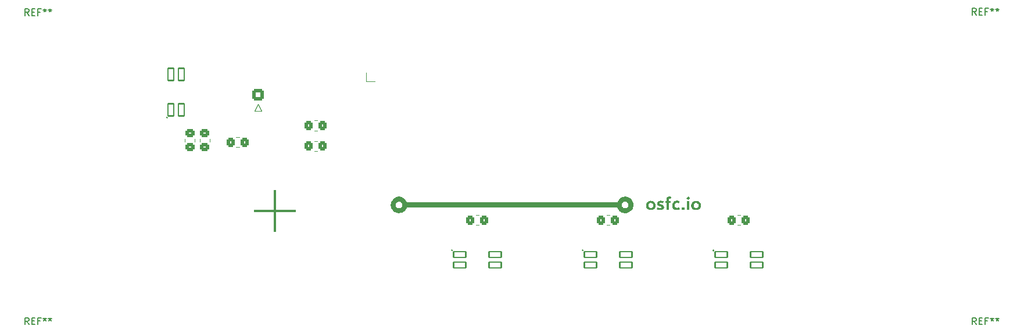
<source format=gbr>
%TF.GenerationSoftware,KiCad,Pcbnew,9.0.2*%
%TF.CreationDate,2025-07-08T15:37:37+02:00*%
%TF.ProjectId,MacroKeyPad,4d616372-6f4b-4657-9950-61642e6b6963,rev?*%
%TF.SameCoordinates,Original*%
%TF.FileFunction,Legend,Top*%
%TF.FilePolarity,Positive*%
%FSLAX46Y46*%
G04 Gerber Fmt 4.6, Leading zero omitted, Abs format (unit mm)*
G04 Created by KiCad (PCBNEW 9.0.2) date 2025-07-08 15:37:37*
%MOMM*%
%LPD*%
G01*
G04 APERTURE LIST*
G04 Aperture macros list*
%AMRoundRect*
0 Rectangle with rounded corners*
0 $1 Rounding radius*
0 $2 $3 $4 $5 $6 $7 $8 $9 X,Y pos of 4 corners*
0 Add a 4 corners polygon primitive as box body*
4,1,4,$2,$3,$4,$5,$6,$7,$8,$9,$2,$3,0*
0 Add four circle primitives for the rounded corners*
1,1,$1+$1,$2,$3*
1,1,$1+$1,$4,$5*
1,1,$1+$1,$6,$7*
1,1,$1+$1,$8,$9*
0 Add four rect primitives between the rounded corners*
20,1,$1+$1,$2,$3,$4,$5,0*
20,1,$1+$1,$4,$5,$6,$7,0*
20,1,$1+$1,$6,$7,$8,$9,0*
20,1,$1+$1,$8,$9,$2,$3,0*%
G04 Aperture macros list end*
%ADD10C,0.150000*%
%ADD11C,0.000000*%
%ADD12C,0.120000*%
%ADD13C,0.010000*%
%ADD14C,2.490000*%
%ADD15C,1.300000*%
%ADD16R,1.300000X1.300000*%
%ADD17RoundRect,0.250000X0.350000X0.450000X-0.350000X0.450000X-0.350000X-0.450000X0.350000X-0.450000X0*%
%ADD18RoundRect,0.250000X-0.350000X-0.450000X0.350000X-0.450000X0.350000X0.450000X-0.350000X0.450000X0*%
%ADD19RoundRect,0.250000X0.450000X-0.350000X0.450000X0.350000X-0.450000X0.350000X-0.450000X-0.350000X0*%
%ADD20RoundRect,0.250000X0.600000X-0.600000X0.600000X0.600000X-0.600000X0.600000X-0.600000X-0.600000X0*%
%ADD21C,1.700000*%
%ADD22C,1.498600*%
%ADD23C,3.987800*%
%ADD24C,2.200000*%
%ADD25RoundRect,0.102000X0.900000X0.410000X-0.900000X0.410000X-0.900000X-0.410000X0.900000X-0.410000X0*%
%ADD26C,2.500000*%
%ADD27C,2.600000*%
%ADD28C,4.400000*%
%ADD29RoundRect,0.102000X0.410000X-0.900000X0.410000X0.900000X-0.410000X0.900000X-0.410000X-0.900000X0*%
%ADD30R,1.700000X1.700000*%
%ADD31O,1.700000X1.700000*%
%ADD32R,2.000000X2.000000*%
%ADD33C,2.000000*%
%ADD34R,2.000000X3.200000*%
%ADD35R,1.000000X2.510000*%
G04 APERTURE END LIST*
D10*
X94676666Y-53214819D02*
X94343333Y-52738628D01*
X94105238Y-53214819D02*
X94105238Y-52214819D01*
X94105238Y-52214819D02*
X94486190Y-52214819D01*
X94486190Y-52214819D02*
X94581428Y-52262438D01*
X94581428Y-52262438D02*
X94629047Y-52310057D01*
X94629047Y-52310057D02*
X94676666Y-52405295D01*
X94676666Y-52405295D02*
X94676666Y-52548152D01*
X94676666Y-52548152D02*
X94629047Y-52643390D01*
X94629047Y-52643390D02*
X94581428Y-52691009D01*
X94581428Y-52691009D02*
X94486190Y-52738628D01*
X94486190Y-52738628D02*
X94105238Y-52738628D01*
X95105238Y-52691009D02*
X95438571Y-52691009D01*
X95581428Y-53214819D02*
X95105238Y-53214819D01*
X95105238Y-53214819D02*
X95105238Y-52214819D01*
X95105238Y-52214819D02*
X95581428Y-52214819D01*
X96343333Y-52691009D02*
X96010000Y-52691009D01*
X96010000Y-53214819D02*
X96010000Y-52214819D01*
X96010000Y-52214819D02*
X96486190Y-52214819D01*
X97010000Y-52214819D02*
X97010000Y-52452914D01*
X96771905Y-52357676D02*
X97010000Y-52452914D01*
X97010000Y-52452914D02*
X97248095Y-52357676D01*
X96867143Y-52643390D02*
X97010000Y-52452914D01*
X97010000Y-52452914D02*
X97152857Y-52643390D01*
X97771905Y-52214819D02*
X97771905Y-52452914D01*
X97533810Y-52357676D02*
X97771905Y-52452914D01*
X97771905Y-52452914D02*
X98010000Y-52357676D01*
X97629048Y-52643390D02*
X97771905Y-52452914D01*
X97771905Y-52452914D02*
X97914762Y-52643390D01*
X232676666Y-98214819D02*
X232343333Y-97738628D01*
X232105238Y-98214819D02*
X232105238Y-97214819D01*
X232105238Y-97214819D02*
X232486190Y-97214819D01*
X232486190Y-97214819D02*
X232581428Y-97262438D01*
X232581428Y-97262438D02*
X232629047Y-97310057D01*
X232629047Y-97310057D02*
X232676666Y-97405295D01*
X232676666Y-97405295D02*
X232676666Y-97548152D01*
X232676666Y-97548152D02*
X232629047Y-97643390D01*
X232629047Y-97643390D02*
X232581428Y-97691009D01*
X232581428Y-97691009D02*
X232486190Y-97738628D01*
X232486190Y-97738628D02*
X232105238Y-97738628D01*
X233105238Y-97691009D02*
X233438571Y-97691009D01*
X233581428Y-98214819D02*
X233105238Y-98214819D01*
X233105238Y-98214819D02*
X233105238Y-97214819D01*
X233105238Y-97214819D02*
X233581428Y-97214819D01*
X234343333Y-97691009D02*
X234010000Y-97691009D01*
X234010000Y-98214819D02*
X234010000Y-97214819D01*
X234010000Y-97214819D02*
X234486190Y-97214819D01*
X235010000Y-97214819D02*
X235010000Y-97452914D01*
X234771905Y-97357676D02*
X235010000Y-97452914D01*
X235010000Y-97452914D02*
X235248095Y-97357676D01*
X234867143Y-97643390D02*
X235010000Y-97452914D01*
X235010000Y-97452914D02*
X235152857Y-97643390D01*
X235771905Y-97214819D02*
X235771905Y-97452914D01*
X235533810Y-97357676D02*
X235771905Y-97452914D01*
X235771905Y-97452914D02*
X236010000Y-97357676D01*
X235629048Y-97643390D02*
X235771905Y-97452914D01*
X235771905Y-97452914D02*
X235914762Y-97643390D01*
X94666666Y-98214819D02*
X94333333Y-97738628D01*
X94095238Y-98214819D02*
X94095238Y-97214819D01*
X94095238Y-97214819D02*
X94476190Y-97214819D01*
X94476190Y-97214819D02*
X94571428Y-97262438D01*
X94571428Y-97262438D02*
X94619047Y-97310057D01*
X94619047Y-97310057D02*
X94666666Y-97405295D01*
X94666666Y-97405295D02*
X94666666Y-97548152D01*
X94666666Y-97548152D02*
X94619047Y-97643390D01*
X94619047Y-97643390D02*
X94571428Y-97691009D01*
X94571428Y-97691009D02*
X94476190Y-97738628D01*
X94476190Y-97738628D02*
X94095238Y-97738628D01*
X95095238Y-97691009D02*
X95428571Y-97691009D01*
X95571428Y-98214819D02*
X95095238Y-98214819D01*
X95095238Y-98214819D02*
X95095238Y-97214819D01*
X95095238Y-97214819D02*
X95571428Y-97214819D01*
X96333333Y-97691009D02*
X96000000Y-97691009D01*
X96000000Y-98214819D02*
X96000000Y-97214819D01*
X96000000Y-97214819D02*
X96476190Y-97214819D01*
X97000000Y-97214819D02*
X97000000Y-97452914D01*
X96761905Y-97357676D02*
X97000000Y-97452914D01*
X97000000Y-97452914D02*
X97238095Y-97357676D01*
X96857143Y-97643390D02*
X97000000Y-97452914D01*
X97000000Y-97452914D02*
X97142857Y-97643390D01*
X97761905Y-97214819D02*
X97761905Y-97452914D01*
X97523810Y-97357676D02*
X97761905Y-97452914D01*
X97761905Y-97452914D02*
X98000000Y-97357676D01*
X97619048Y-97643390D02*
X97761905Y-97452914D01*
X97761905Y-97452914D02*
X97904762Y-97643390D01*
X232676666Y-53114819D02*
X232343333Y-52638628D01*
X232105238Y-53114819D02*
X232105238Y-52114819D01*
X232105238Y-52114819D02*
X232486190Y-52114819D01*
X232486190Y-52114819D02*
X232581428Y-52162438D01*
X232581428Y-52162438D02*
X232629047Y-52210057D01*
X232629047Y-52210057D02*
X232676666Y-52305295D01*
X232676666Y-52305295D02*
X232676666Y-52448152D01*
X232676666Y-52448152D02*
X232629047Y-52543390D01*
X232629047Y-52543390D02*
X232581428Y-52591009D01*
X232581428Y-52591009D02*
X232486190Y-52638628D01*
X232486190Y-52638628D02*
X232105238Y-52638628D01*
X233105238Y-52591009D02*
X233438571Y-52591009D01*
X233581428Y-53114819D02*
X233105238Y-53114819D01*
X233105238Y-53114819D02*
X233105238Y-52114819D01*
X233105238Y-52114819D02*
X233581428Y-52114819D01*
X234343333Y-52591009D02*
X234010000Y-52591009D01*
X234010000Y-53114819D02*
X234010000Y-52114819D01*
X234010000Y-52114819D02*
X234486190Y-52114819D01*
X235010000Y-52114819D02*
X235010000Y-52352914D01*
X234771905Y-52257676D02*
X235010000Y-52352914D01*
X235010000Y-52352914D02*
X235248095Y-52257676D01*
X234867143Y-52543390D02*
X235010000Y-52352914D01*
X235010000Y-52352914D02*
X235152857Y-52543390D01*
X235771905Y-52114819D02*
X235771905Y-52352914D01*
X235533810Y-52257676D02*
X235771905Y-52352914D01*
X235771905Y-52352914D02*
X236010000Y-52257676D01*
X235629048Y-52543390D02*
X235771905Y-52352914D01*
X235771905Y-52352914D02*
X235914762Y-52543390D01*
D11*
%TO.C,G\u002A\u002A\u002A*%
G36*
X190863465Y-79676124D02*
G01*
X190994767Y-79807618D01*
X190863533Y-79933972D01*
X190824736Y-79971159D01*
X190790086Y-80004054D01*
X190761413Y-80030944D01*
X190740547Y-80050120D01*
X190729318Y-80059869D01*
X190727961Y-80060745D01*
X190720965Y-80055149D01*
X190703863Y-80039265D01*
X190678465Y-80014839D01*
X190646579Y-79983616D01*
X190610012Y-79947341D01*
X190596831Y-79934164D01*
X190470041Y-79807162D01*
X190601103Y-79675896D01*
X190732164Y-79544630D01*
X190863465Y-79676124D01*
G37*
G36*
X190905867Y-80848566D02*
G01*
X190905867Y-81500499D01*
X190732300Y-81500499D01*
X190558733Y-81500499D01*
X190558733Y-80848566D01*
X190558733Y-80196632D01*
X190732300Y-80196632D01*
X190905867Y-80196632D01*
X190905867Y-80848566D01*
G37*
G36*
X190169267Y-81314232D02*
G01*
X190169267Y-81500499D01*
X189983000Y-81500499D01*
X189796733Y-81500499D01*
X189796733Y-81314232D01*
X189796733Y-81127966D01*
X189983000Y-81127966D01*
X190169267Y-81127966D01*
X190169267Y-81314232D01*
G37*
G36*
X188076274Y-79558132D02*
G01*
X188167748Y-79580071D01*
X188214496Y-79598411D01*
X188244408Y-79611830D01*
X188265417Y-79622727D01*
X188277768Y-79633796D01*
X188281706Y-79647727D01*
X188277477Y-79667213D01*
X188265327Y-79694946D01*
X188245499Y-79733619D01*
X188229586Y-79764025D01*
X188205500Y-79809673D01*
X188187491Y-79842104D01*
X188174188Y-79863307D01*
X188164224Y-79875273D01*
X188156230Y-79879994D01*
X188149967Y-79879798D01*
X188087753Y-79864105D01*
X188038757Y-79854850D01*
X188001410Y-79853379D01*
X187974142Y-79861038D01*
X187955385Y-79879175D01*
X187943570Y-79909137D01*
X187937128Y-79952269D01*
X187934491Y-80009918D01*
X187934067Y-80065127D01*
X187934067Y-80205099D01*
X188073957Y-80205099D01*
X188213848Y-80205099D01*
X188211541Y-80359616D01*
X188209233Y-80514132D01*
X188071650Y-80516459D01*
X187934067Y-80518785D01*
X187934067Y-81009642D01*
X187934067Y-81500499D01*
X187760500Y-81500499D01*
X187586933Y-81500499D01*
X187586933Y-81009710D01*
X187586933Y-80518920D01*
X187491683Y-80516526D01*
X187396433Y-80514132D01*
X187396433Y-80361732D01*
X187396433Y-80209332D01*
X187491683Y-80206939D01*
X187586933Y-80204545D01*
X187586933Y-80030361D01*
X187587835Y-79948560D01*
X187590975Y-79881212D01*
X187597002Y-79825909D01*
X187606567Y-79780247D01*
X187620320Y-79741818D01*
X187638911Y-79708217D01*
X187662990Y-79677036D01*
X187689974Y-79648974D01*
X187741694Y-79607678D01*
X187800141Y-79578173D01*
X187867548Y-79559695D01*
X187946144Y-79551481D01*
X187976400Y-79550889D01*
X188076274Y-79558132D01*
G37*
G36*
X191938929Y-80187168D02*
G01*
X192017775Y-80194936D01*
X192083634Y-80207782D01*
X192187924Y-80242775D01*
X192281436Y-80290505D01*
X192363617Y-80350418D01*
X192433914Y-80421960D01*
X192491777Y-80504577D01*
X192536651Y-80597714D01*
X192565924Y-80691932D01*
X192573615Y-80727165D01*
X192578539Y-80759051D01*
X192581067Y-80792611D01*
X192581572Y-80832863D01*
X192580426Y-80884828D01*
X192580369Y-80886666D01*
X192578400Y-80937198D01*
X192575664Y-80975577D01*
X192571428Y-81006583D01*
X192564957Y-81034997D01*
X192555518Y-81065598D01*
X192550797Y-81079377D01*
X192525358Y-81144383D01*
X192496730Y-81199567D01*
X192461489Y-81250309D01*
X192416212Y-81301987D01*
X192395954Y-81322699D01*
X192332548Y-81379389D01*
X192266179Y-81424408D01*
X192192226Y-81460458D01*
X192112367Y-81488367D01*
X192051840Y-81502119D01*
X191980333Y-81511330D01*
X191903228Y-81515829D01*
X191825903Y-81515442D01*
X191753740Y-81509999D01*
X191701434Y-81501478D01*
X191597013Y-81470951D01*
X191501453Y-81427173D01*
X191415861Y-81370969D01*
X191341346Y-81303166D01*
X191279017Y-81224588D01*
X191240461Y-81158135D01*
X191210835Y-81093115D01*
X191190684Y-81033533D01*
X191178101Y-80972288D01*
X191171179Y-80902279D01*
X191171013Y-80899532D01*
X191525186Y-80899532D01*
X191531977Y-80951928D01*
X191554053Y-81023632D01*
X191589547Y-81087051D01*
X191636473Y-81140938D01*
X191692845Y-81184044D01*
X191756680Y-81215122D01*
X191825991Y-81232922D01*
X191898794Y-81236198D01*
X191966913Y-81225373D01*
X192041832Y-81197979D01*
X192105614Y-81157871D01*
X192157934Y-81105349D01*
X192198470Y-81040712D01*
X192218532Y-80991797D01*
X192226978Y-80964058D01*
X192232070Y-80938175D01*
X192234330Y-80908915D01*
X192234282Y-80871048D01*
X192233405Y-80843118D01*
X192231364Y-80799789D01*
X192228347Y-80768300D01*
X192223298Y-80743557D01*
X192215161Y-80720465D01*
X192202881Y-80693931D01*
X192202219Y-80692584D01*
X192161324Y-80627351D01*
X192109915Y-80574214D01*
X192049943Y-80533811D01*
X191983359Y-80506776D01*
X191912115Y-80493745D01*
X191838163Y-80495356D01*
X191763453Y-80512243D01*
X191712691Y-80533032D01*
X191665762Y-80563402D01*
X191620574Y-80606093D01*
X191581265Y-80656665D01*
X191556430Y-80700669D01*
X191536164Y-80760125D01*
X191525569Y-80828271D01*
X191525186Y-80899532D01*
X191171013Y-80899532D01*
X191171003Y-80899366D01*
X191172504Y-80790960D01*
X191189557Y-80687866D01*
X191221315Y-80591196D01*
X191266926Y-80502060D01*
X191325540Y-80421569D01*
X191396308Y-80350832D01*
X191478380Y-80290962D01*
X191570904Y-80243067D01*
X191673033Y-80208260D01*
X191705967Y-80200417D01*
X191776715Y-80189786D01*
X191856473Y-80185411D01*
X191938929Y-80187168D01*
G37*
G36*
X189146842Y-80174226D02*
G01*
X189210788Y-80178486D01*
X189268265Y-80184988D01*
X189314645Y-80193587D01*
X189321419Y-80195335D01*
X189353127Y-80204701D01*
X189388688Y-80216285D01*
X189423806Y-80228554D01*
X189454183Y-80239971D01*
X189475524Y-80249001D01*
X189482606Y-80252935D01*
X189481342Y-80261473D01*
X189475781Y-80283590D01*
X189466639Y-80316688D01*
X189454631Y-80358171D01*
X189441188Y-80403095D01*
X189396397Y-80550601D01*
X189359032Y-80534584D01*
X189281582Y-80507510D01*
X189199065Y-80489482D01*
X189117193Y-80481399D01*
X189041680Y-80484165D01*
X189040384Y-80484323D01*
X188969351Y-80501245D01*
X188905237Y-80532459D01*
X188849775Y-80576135D01*
X188804697Y-80630446D01*
X188771737Y-80693562D01*
X188752629Y-80763657D01*
X188749394Y-80791292D01*
X188749688Y-80874228D01*
X188762870Y-80951659D01*
X188788085Y-81021776D01*
X188824477Y-81082773D01*
X188871191Y-81132841D01*
X188927372Y-81170172D01*
X188929027Y-81170994D01*
X188990221Y-81192589D01*
X189061589Y-81202984D01*
X189140659Y-81202239D01*
X189224960Y-81190415D01*
X189312018Y-81167571D01*
X189330923Y-81161203D01*
X189364631Y-81149400D01*
X189393183Y-81139415D01*
X189412105Y-81132810D01*
X189416102Y-81131422D01*
X189421784Y-81132663D01*
X189428163Y-81141501D01*
X189435972Y-81159832D01*
X189445941Y-81189549D01*
X189458799Y-81232546D01*
X189469261Y-81269252D01*
X189482325Y-81316236D01*
X189493580Y-81357849D01*
X189502279Y-81391236D01*
X189507674Y-81413542D01*
X189509109Y-81421567D01*
X189501204Y-81430154D01*
X189479824Y-81441554D01*
X189447973Y-81454688D01*
X189408655Y-81468475D01*
X189364874Y-81481833D01*
X189319635Y-81493683D01*
X189290981Y-81500041D01*
X189222476Y-81510377D01*
X189144821Y-81516107D01*
X189063806Y-81517216D01*
X188985221Y-81513689D01*
X188914855Y-81505512D01*
X188890800Y-81501041D01*
X188787873Y-81471676D01*
X188695943Y-81429549D01*
X188615350Y-81374983D01*
X188546430Y-81308301D01*
X188489522Y-81229824D01*
X188444963Y-81139876D01*
X188415146Y-81047190D01*
X188404940Y-80993121D01*
X188398271Y-80929765D01*
X188395197Y-80862030D01*
X188395775Y-80794822D01*
X188400062Y-80733046D01*
X188408115Y-80681609D01*
X188410771Y-80670766D01*
X188446288Y-80569634D01*
X188495458Y-80477229D01*
X188557102Y-80394683D01*
X188630044Y-80323125D01*
X188713106Y-80263687D01*
X188805113Y-80217500D01*
X188904887Y-80185693D01*
X188918925Y-80182554D01*
X188962469Y-80176373D01*
X189018056Y-80173023D01*
X189081056Y-80172356D01*
X189146842Y-80174226D01*
G37*
G36*
X185351624Y-80186053D02*
G01*
X185454155Y-80200242D01*
X185552865Y-80227446D01*
X185640001Y-80265089D01*
X185729462Y-80320330D01*
X185805957Y-80386361D01*
X185869921Y-80463625D01*
X185919559Y-80547999D01*
X185950812Y-80619473D01*
X185971916Y-80688668D01*
X185984160Y-80761315D01*
X185988829Y-80843143D01*
X185988958Y-80857032D01*
X185987178Y-80929880D01*
X185980374Y-80991969D01*
X185967279Y-81049049D01*
X185946623Y-81106875D01*
X185921859Y-81161563D01*
X185902550Y-81199334D01*
X185883883Y-81230055D01*
X185862304Y-81258534D01*
X185834258Y-81289576D01*
X185805729Y-81318536D01*
X185743648Y-81374639D01*
X185680836Y-81418826D01*
X185612268Y-81454044D01*
X185532923Y-81483240D01*
X185516415Y-81488290D01*
X185483273Y-81497493D01*
X185452857Y-81504029D01*
X185420705Y-81508447D01*
X185382355Y-81511293D01*
X185333346Y-81513115D01*
X185309400Y-81513688D01*
X185259981Y-81514184D01*
X185212889Y-81513634D01*
X185172410Y-81512158D01*
X185142830Y-81509877D01*
X185134924Y-81508752D01*
X185066756Y-81492445D01*
X184994076Y-81468187D01*
X184925296Y-81438972D01*
X184894533Y-81423185D01*
X184835056Y-81383952D01*
X184775760Y-81333373D01*
X184720732Y-81275689D01*
X184674063Y-81215144D01*
X184642644Y-81161832D01*
X184615576Y-81102037D01*
X184596700Y-81047476D01*
X184584475Y-80991959D01*
X184577366Y-80929296D01*
X184575096Y-80889944D01*
X184575798Y-80861266D01*
X184932835Y-80861266D01*
X184932942Y-80906910D01*
X184933911Y-80939846D01*
X184936417Y-80964296D01*
X184941139Y-80984484D01*
X184948753Y-81004633D01*
X184959599Y-81028257D01*
X184999790Y-81094852D01*
X185050746Y-81149812D01*
X185110506Y-81192200D01*
X185177108Y-81221075D01*
X185248592Y-81235500D01*
X185322997Y-81234536D01*
X185371379Y-81225373D01*
X185445512Y-81198236D01*
X185508596Y-81158276D01*
X185560757Y-81105390D01*
X185602122Y-81039475D01*
X185602532Y-81038646D01*
X185618076Y-81005212D01*
X185627854Y-80977210D01*
X185633552Y-80947836D01*
X185636857Y-80910283D01*
X185637599Y-80897071D01*
X185636629Y-80814883D01*
X185623961Y-80743435D01*
X185598810Y-80680520D01*
X185560391Y-80623931D01*
X185528401Y-80589942D01*
X185475192Y-80546289D01*
X185420560Y-80517132D01*
X185359770Y-80500427D01*
X185307883Y-80494875D01*
X185226674Y-80498170D01*
X185152407Y-80516702D01*
X185085995Y-80549928D01*
X185028349Y-80597306D01*
X184980382Y-80658294D01*
X184954989Y-80704632D01*
X184945826Y-80725461D01*
X184939616Y-80744699D01*
X184935785Y-80766412D01*
X184933757Y-80794663D01*
X184932959Y-80833516D01*
X184932835Y-80861266D01*
X184575798Y-80861266D01*
X184577811Y-80778999D01*
X184595924Y-80675001D01*
X184629382Y-80578084D01*
X184678130Y-80488382D01*
X184742115Y-80406029D01*
X184788503Y-80359551D01*
X184864345Y-80301156D01*
X184950541Y-80254203D01*
X185044730Y-80218954D01*
X185144549Y-80195672D01*
X185247634Y-80184617D01*
X185351624Y-80186053D01*
G37*
G36*
X186838827Y-80179428D02*
G01*
X186901892Y-80185756D01*
X186931915Y-80190503D01*
X186976995Y-80199801D01*
X187022210Y-80210841D01*
X187064550Y-80222688D01*
X187101005Y-80234406D01*
X187128565Y-80245059D01*
X187144221Y-80253711D01*
X187146667Y-80257292D01*
X187144383Y-80268124D01*
X187138065Y-80292273D01*
X187128514Y-80326828D01*
X187116528Y-80368879D01*
X187107120Y-80401208D01*
X187091988Y-80451844D01*
X187080364Y-80488106D01*
X187071431Y-80511989D01*
X187064369Y-80525489D01*
X187058360Y-80530604D01*
X187054203Y-80530205D01*
X186987016Y-80504442D01*
X186915591Y-80482943D01*
X186843956Y-80466525D01*
X186776142Y-80456006D01*
X186716178Y-80452202D01*
X186679354Y-80454176D01*
X186630034Y-80465008D01*
X186592429Y-80482971D01*
X186567766Y-80506800D01*
X186557271Y-80535225D01*
X186562170Y-80566980D01*
X186564667Y-80572712D01*
X186576558Y-80591130D01*
X186595172Y-80608684D01*
X186622393Y-80626424D01*
X186660101Y-80645402D01*
X186710178Y-80666666D01*
X186774508Y-80691269D01*
X186781949Y-80694010D01*
X186873742Y-80729417D01*
X186950509Y-80763048D01*
X187013908Y-80796014D01*
X187065597Y-80829426D01*
X187107235Y-80864397D01*
X187140479Y-80902039D01*
X187166989Y-80943462D01*
X187173857Y-80956753D01*
X187185689Y-80981621D01*
X187193586Y-81002097D01*
X187198341Y-81022702D01*
X187200749Y-81047956D01*
X187201602Y-81082377D01*
X187201700Y-81115266D01*
X187201466Y-81159116D01*
X187200242Y-81190535D01*
X187197249Y-81214024D01*
X187191704Y-81234084D01*
X187182827Y-81255217D01*
X187174379Y-81272718D01*
X187134894Y-81334298D01*
X187080915Y-81389470D01*
X187014044Y-81437091D01*
X186935882Y-81476014D01*
X186850333Y-81504496D01*
X186825252Y-81509134D01*
X186788420Y-81513530D01*
X186743679Y-81517477D01*
X186694869Y-81520765D01*
X186645834Y-81523186D01*
X186600413Y-81524530D01*
X186562450Y-81524589D01*
X186535786Y-81523154D01*
X186528600Y-81521990D01*
X186514412Y-81519208D01*
X186488724Y-81514670D01*
X186456756Y-81509296D01*
X186452445Y-81508590D01*
X186412020Y-81500806D01*
X186369649Y-81490810D01*
X186338145Y-81481872D01*
X186300844Y-81468696D01*
X186262067Y-81453023D01*
X186225056Y-81436416D01*
X186193053Y-81420435D01*
X186169301Y-81406640D01*
X186157042Y-81396593D01*
X186156067Y-81394224D01*
X186159314Y-81384265D01*
X186168128Y-81362074D01*
X186181115Y-81330857D01*
X186196882Y-81293821D01*
X186214036Y-81254171D01*
X186231183Y-81215113D01*
X186246931Y-81179852D01*
X186259886Y-81151595D01*
X186268655Y-81133547D01*
X186271374Y-81128897D01*
X186279679Y-81130840D01*
X186299446Y-81138868D01*
X186327014Y-81151450D01*
X186338871Y-81157154D01*
X186401378Y-81183293D01*
X186469837Y-81204497D01*
X186540220Y-81220063D01*
X186608501Y-81229292D01*
X186670653Y-81231482D01*
X186722648Y-81225933D01*
X186727670Y-81224798D01*
X186773018Y-81208768D01*
X186807636Y-81186130D01*
X186829915Y-81158757D01*
X186838244Y-81128521D01*
X186833200Y-81102085D01*
X186824312Y-81086497D01*
X186809841Y-81071370D01*
X186788007Y-81055704D01*
X186757032Y-81038496D01*
X186715135Y-81018745D01*
X186660537Y-80995450D01*
X186600804Y-80971315D01*
X186518970Y-80937564D01*
X186451272Y-80906703D01*
X186395439Y-80877432D01*
X186349200Y-80848456D01*
X186310284Y-80818477D01*
X186276419Y-80786197D01*
X186276053Y-80785810D01*
X186242710Y-80747531D01*
X186219608Y-80712132D01*
X186205022Y-80674946D01*
X186197229Y-80631305D01*
X186194503Y-80576538D01*
X186194417Y-80564754D01*
X186194607Y-80522787D01*
X186196048Y-80492799D01*
X186199651Y-80469839D01*
X186206323Y-80448956D01*
X186216974Y-80425200D01*
X186221887Y-80415134D01*
X186260722Y-80354921D01*
X186314091Y-80301206D01*
X186380482Y-80255079D01*
X186458384Y-80217632D01*
X186527451Y-80194797D01*
X186574282Y-80185614D01*
X186633311Y-80179438D01*
X186700061Y-80176316D01*
X186770058Y-80176297D01*
X186838827Y-80179428D01*
G37*
G36*
X148716467Y-79586368D02*
G01*
X148860434Y-79610568D01*
X148996264Y-79649607D01*
X149124079Y-79703542D01*
X149244002Y-79772430D01*
X149356155Y-79856327D01*
X149416951Y-79911174D01*
X149512587Y-80012761D01*
X149592955Y-80119186D01*
X149659500Y-80232561D01*
X149704534Y-80331622D01*
X149740458Y-80420999D01*
X165071712Y-80423036D01*
X180402967Y-80425074D01*
X180430986Y-80350252D01*
X180476329Y-80247810D01*
X180534872Y-80145007D01*
X180603592Y-80046331D01*
X180679465Y-79956272D01*
X180731241Y-79904430D01*
X180842224Y-79812630D01*
X180961816Y-79735399D01*
X181089851Y-79672821D01*
X181226166Y-79624981D01*
X181315771Y-79602544D01*
X181381841Y-79591961D01*
X181458882Y-79585389D01*
X181541407Y-79582873D01*
X181623924Y-79584455D01*
X181700945Y-79590178D01*
X181761867Y-79599066D01*
X181902551Y-79634591D01*
X182035275Y-79684692D01*
X182159273Y-79748619D01*
X182273780Y-79825618D01*
X182378029Y-79914939D01*
X182471254Y-80015829D01*
X182552690Y-80127535D01*
X182621570Y-80249306D01*
X182677129Y-80380390D01*
X182718600Y-80520034D01*
X182724018Y-80543766D01*
X182731448Y-80590097D01*
X182736734Y-80648587D01*
X182739872Y-80715016D01*
X182740859Y-80785167D01*
X182739692Y-80854820D01*
X182736367Y-80919757D01*
X182730880Y-80975759D01*
X182724406Y-81013666D01*
X182684071Y-81157230D01*
X182630470Y-81290397D01*
X182563418Y-81413522D01*
X182482731Y-81526960D01*
X182420118Y-81598599D01*
X182315098Y-81697616D01*
X182201132Y-81782523D01*
X182079064Y-81852877D01*
X181949735Y-81908237D01*
X181813989Y-81948160D01*
X181719533Y-81966103D01*
X181661321Y-81972141D01*
X181592384Y-81975077D01*
X181518629Y-81974983D01*
X181445964Y-81971929D01*
X181380297Y-81965987D01*
X181350123Y-81961653D01*
X181213764Y-81930252D01*
X181083335Y-81883600D01*
X180959967Y-81822642D01*
X180844793Y-81748321D01*
X180738942Y-81661579D01*
X180643547Y-81563361D01*
X180559738Y-81454609D01*
X180488647Y-81336268D01*
X180431406Y-81209281D01*
X180424013Y-81189347D01*
X180404929Y-81136428D01*
X165072136Y-81138547D01*
X149739342Y-81140666D01*
X149711862Y-81208399D01*
X149648888Y-81342703D01*
X149573668Y-81465769D01*
X149486642Y-81577140D01*
X149388249Y-81676357D01*
X149278929Y-81762963D01*
X149159122Y-81836500D01*
X149066087Y-81881324D01*
X148938776Y-81927678D01*
X148807303Y-81958534D01*
X148670404Y-81974100D01*
X148526816Y-81974582D01*
X148504276Y-81973344D01*
X148370671Y-81956713D01*
X148240617Y-81924285D01*
X148115372Y-81877043D01*
X147996195Y-81815967D01*
X147884345Y-81742039D01*
X147781080Y-81656239D01*
X147687659Y-81559550D01*
X147605340Y-81452953D01*
X147535384Y-81337429D01*
X147479047Y-81213958D01*
X147459318Y-81158654D01*
X147437293Y-81087088D01*
X147421299Y-81023365D01*
X147410518Y-80962126D01*
X147404132Y-80898010D01*
X147401324Y-80825658D01*
X147401039Y-80780495D01*
X148115458Y-80780495D01*
X148123579Y-80871790D01*
X148147094Y-80957382D01*
X148185284Y-81035891D01*
X148237428Y-81105936D01*
X148302809Y-81166136D01*
X148324616Y-81181879D01*
X148403426Y-81225897D01*
X148487251Y-81254648D01*
X148573958Y-81267779D01*
X148661410Y-81264937D01*
X148735016Y-81249617D01*
X148814334Y-81217875D01*
X148887833Y-81170741D01*
X148940877Y-81123776D01*
X148999939Y-81054901D01*
X149042873Y-80981980D01*
X149070276Y-80903591D01*
X149082751Y-80818312D01*
X149083403Y-80795527D01*
X181060421Y-80795527D01*
X181066643Y-80850637D01*
X181071930Y-80877956D01*
X181098495Y-80964099D01*
X181139256Y-81042446D01*
X181192737Y-81111613D01*
X181257462Y-81170219D01*
X181331954Y-81216881D01*
X181414738Y-81250217D01*
X181486700Y-81266476D01*
X181523179Y-81268629D01*
X181569369Y-81266587D01*
X181618758Y-81261004D01*
X181664832Y-81252529D01*
X181688139Y-81246338D01*
X181763175Y-81214837D01*
X181834591Y-81169232D01*
X181898901Y-81112350D01*
X181952623Y-81047020D01*
X181972514Y-81015448D01*
X181996464Y-80963412D01*
X182015709Y-80901897D01*
X182028393Y-80838115D01*
X182032675Y-80781595D01*
X182024332Y-80694959D01*
X182000656Y-80612374D01*
X181963083Y-80535652D01*
X181913049Y-80466604D01*
X181851991Y-80407041D01*
X181781344Y-80358775D01*
X181702545Y-80323616D01*
X181659819Y-80311349D01*
X181572561Y-80298988D01*
X181486806Y-80302396D01*
X181404277Y-80320480D01*
X181326698Y-80352149D01*
X181255794Y-80396311D01*
X181193290Y-80451877D01*
X181140911Y-80517753D01*
X181100379Y-80592849D01*
X181073421Y-80676074D01*
X181071816Y-80683466D01*
X181062146Y-80742672D01*
X181060421Y-80795527D01*
X149083403Y-80795527D01*
X149083702Y-80785066D01*
X149076826Y-80697536D01*
X149055693Y-80617593D01*
X149019550Y-80543461D01*
X148967644Y-80473368D01*
X148937565Y-80441292D01*
X148868909Y-80382403D01*
X148796331Y-80339595D01*
X148718141Y-80312159D01*
X148632648Y-80299392D01*
X148595062Y-80298232D01*
X148507493Y-80305946D01*
X148425929Y-80329259D01*
X148349764Y-80368431D01*
X148278394Y-80423720D01*
X148259206Y-80442106D01*
X148199559Y-80511879D01*
X148156094Y-80586067D01*
X148128429Y-80665570D01*
X148116183Y-80751287D01*
X148115458Y-80780495D01*
X147401039Y-80780495D01*
X147401014Y-80776599D01*
X147403264Y-80685364D01*
X147410146Y-80605229D01*
X147422537Y-80530784D01*
X147441314Y-80456616D01*
X147464432Y-80385537D01*
X147518062Y-80257769D01*
X147585130Y-80138600D01*
X147664439Y-80028796D01*
X147754791Y-79929122D01*
X147854988Y-79840341D01*
X147963830Y-79763220D01*
X148080121Y-79698522D01*
X148202661Y-79647013D01*
X148330253Y-79609457D01*
X148461698Y-79586620D01*
X148595799Y-79579265D01*
X148716467Y-79586368D01*
G37*
G36*
X130722708Y-80067516D02*
G01*
X130724849Y-81500499D01*
X132151458Y-81500499D01*
X133578067Y-81500499D01*
X133578067Y-81682532D01*
X133578067Y-81864566D01*
X132151433Y-81864566D01*
X130724800Y-81864566D01*
X130724800Y-83295432D01*
X130724800Y-84726299D01*
X130542767Y-84726299D01*
X130360733Y-84726299D01*
X130360733Y-83295457D01*
X130360733Y-81864615D01*
X128931983Y-81862474D01*
X127503233Y-81860332D01*
X127503233Y-81682532D01*
X127503233Y-81504732D01*
X128931959Y-81502591D01*
X130360684Y-81500450D01*
X130362825Y-80067491D01*
X130364967Y-78634532D01*
X130542767Y-78634532D01*
X130720567Y-78634532D01*
X130722708Y-80067516D01*
G37*
D12*
%TO.C,R4*%
X179277064Y-82265000D02*
X178822936Y-82265000D01*
X179277064Y-83735000D02*
X178822936Y-83735000D01*
%TO.C,R5*%
X198327064Y-82265000D02*
X197872936Y-82265000D01*
X198327064Y-83735000D02*
X197872936Y-83735000D01*
%TO.C,R2*%
X124882936Y-70925000D02*
X125337064Y-70925000D01*
X124882936Y-72395000D02*
X125337064Y-72395000D01*
%TO.C,R7*%
X117385000Y-71587064D02*
X117385000Y-71132936D01*
X118855000Y-71587064D02*
X118855000Y-71132936D01*
%TO.C,J1*%
X127550000Y-67090500D02*
X128550000Y-67090500D01*
X128050000Y-66090500D02*
X127550000Y-67090500D01*
X128550000Y-67090500D02*
X128050000Y-66090500D01*
%TO.C,SW3*%
D10*
X175445000Y-87400000D02*
G75*
G02*
X175295000Y-87400000I-75000J0D01*
G01*
X175295000Y-87400000D02*
G75*
G02*
X175445000Y-87400000I75000J0D01*
G01*
%TO.C,SW1*%
X156395000Y-87400000D02*
G75*
G02*
X156245000Y-87400000I-75000J0D01*
G01*
X156245000Y-87400000D02*
G75*
G02*
X156395000Y-87400000I75000J0D01*
G01*
D12*
%TO.C,R8*%
X136687064Y-68485000D02*
X136232936Y-68485000D01*
X136687064Y-69955000D02*
X136232936Y-69955000D01*
%TO.C,R6*%
X119555000Y-71587064D02*
X119555000Y-71132936D01*
X121025000Y-71587064D02*
X121025000Y-71132936D01*
%TO.C,D2*%
D10*
X114865000Y-68050000D02*
G75*
G02*
X114715000Y-68050000I-75000J0D01*
G01*
X114715000Y-68050000D02*
G75*
G02*
X114865000Y-68050000I75000J0D01*
G01*
D12*
%TO.C,J2*%
X143770000Y-62780000D02*
X143770000Y-61510000D01*
X145040000Y-62780000D02*
X143770000Y-62780000D01*
%TO.C,R3*%
X136687064Y-71485000D02*
X136232936Y-71485000D01*
X136687064Y-72955000D02*
X136232936Y-72955000D01*
%TO.C,R1*%
X160227064Y-82265000D02*
X159772936Y-82265000D01*
X160227064Y-83735000D02*
X159772936Y-83735000D01*
%TO.C,SW4*%
D10*
X194455000Y-87410000D02*
G75*
G02*
X194305000Y-87410000I-75000J0D01*
G01*
X194305000Y-87410000D02*
G75*
G02*
X194455000Y-87410000I75000J0D01*
G01*
%TD*%
%LPC*%
D13*
%TO.C,REF\u002A\u002A*%
X145399878Y-96075622D02*
X145505612Y-96076201D01*
X145582132Y-96077768D01*
X145634372Y-96080818D01*
X145667263Y-96085842D01*
X145685737Y-96093335D01*
X145694727Y-96103790D01*
X145699163Y-96117699D01*
X145699594Y-96119500D01*
X145706333Y-96151991D01*
X145718808Y-96216098D01*
X145735719Y-96304997D01*
X145755771Y-96411865D01*
X145777664Y-96529879D01*
X145778429Y-96534024D01*
X145800359Y-96649677D01*
X145820877Y-96751860D01*
X145838659Y-96834444D01*
X145852381Y-96891302D01*
X145860718Y-96916304D01*
X145861116Y-96916747D01*
X145885677Y-96928956D01*
X145936315Y-96949302D01*
X146002095Y-96973391D01*
X146002461Y-96973520D01*
X146085317Y-97004664D01*
X146183000Y-97044337D01*
X146275077Y-97084227D01*
X146279434Y-97086199D01*
X146429407Y-97154266D01*
X146761498Y-96927485D01*
X146863374Y-96858350D01*
X146955657Y-96796543D01*
X147033003Y-96745579D01*
X147090064Y-96708973D01*
X147121495Y-96690240D01*
X147124479Y-96688850D01*
X147147321Y-96695036D01*
X147189982Y-96724881D01*
X147254128Y-96779793D01*
X147341421Y-96861180D01*
X147430535Y-96947768D01*
X147516441Y-97033093D01*
X147593327Y-97110954D01*
X147656564Y-97176543D01*
X147701523Y-97225051D01*
X147723576Y-97251671D01*
X147724396Y-97253041D01*
X147726834Y-97271309D01*
X147717650Y-97301141D01*
X147694574Y-97346567D01*
X147655337Y-97411616D01*
X147597670Y-97500316D01*
X147520795Y-97614503D01*
X147452570Y-97715008D01*
X147391582Y-97805149D01*
X147341356Y-97879695D01*
X147305416Y-97933411D01*
X147287287Y-97961064D01*
X147286146Y-97962941D01*
X147288359Y-97989436D01*
X147305138Y-98040932D01*
X147333142Y-98107697D01*
X147343122Y-98129018D01*
X147386672Y-98224005D01*
X147433134Y-98331783D01*
X147470877Y-98425038D01*
X147498073Y-98494252D01*
X147519675Y-98546852D01*
X147532158Y-98574343D01*
X147533709Y-98576462D01*
X147556668Y-98579970D01*
X147610786Y-98589584D01*
X147688868Y-98603935D01*
X147783719Y-98621653D01*
X147888143Y-98641371D01*
X147994944Y-98661720D01*
X148096926Y-98681332D01*
X148186894Y-98698837D01*
X148257653Y-98712868D01*
X148302006Y-98722055D01*
X148312885Y-98724653D01*
X148324122Y-98731064D01*
X148332605Y-98745543D01*
X148338714Y-98772979D01*
X148342832Y-98818257D01*
X148345341Y-98886266D01*
X148346621Y-98981893D01*
X148347054Y-99110026D01*
X148347077Y-99162547D01*
X148347077Y-99589691D01*
X148244500Y-99609937D01*
X148187431Y-99620916D01*
X148102269Y-99636941D01*
X147999372Y-99656079D01*
X147889096Y-99676397D01*
X147858615Y-99681978D01*
X147756855Y-99701763D01*
X147668205Y-99721219D01*
X147600108Y-99738543D01*
X147560004Y-99751934D01*
X147553323Y-99755925D01*
X147536919Y-99784188D01*
X147513399Y-99838955D01*
X147487316Y-99909434D01*
X147482142Y-99924615D01*
X147447956Y-100018742D01*
X147405523Y-100124947D01*
X147363997Y-100220319D01*
X147363792Y-100220762D01*
X147294640Y-100370371D01*
X147749512Y-101039463D01*
X147457500Y-101331962D01*
X147369180Y-101419016D01*
X147288625Y-101495755D01*
X147220360Y-101558083D01*
X147168908Y-101601902D01*
X147138794Y-101623116D01*
X147134474Y-101624462D01*
X147109111Y-101613862D01*
X147057358Y-101584393D01*
X146984868Y-101539551D01*
X146897294Y-101482830D01*
X146802612Y-101419308D01*
X146706516Y-101354514D01*
X146620837Y-101298133D01*
X146551016Y-101253634D01*
X146502494Y-101224485D01*
X146480782Y-101214154D01*
X146454293Y-101222896D01*
X146404062Y-101245933D01*
X146340451Y-101278477D01*
X146333708Y-101282095D01*
X146248046Y-101325056D01*
X146189306Y-101346125D01*
X146152772Y-101346349D01*
X146133731Y-101326774D01*
X146133620Y-101326500D01*
X146124102Y-101303318D01*
X146101403Y-101248287D01*
X146067282Y-101165668D01*
X146023500Y-101059718D01*
X145971816Y-100934698D01*
X145913992Y-100794866D01*
X145857991Y-100659483D01*
X145796447Y-100510080D01*
X145739939Y-100371678D01*
X145690161Y-100248519D01*
X145648806Y-100144848D01*
X145617568Y-100064905D01*
X145598141Y-100012934D01*
X145592154Y-99993538D01*
X145607168Y-99971289D01*
X145646439Y-99935828D01*
X145698807Y-99896733D01*
X145847941Y-99773091D01*
X145964511Y-99631368D01*
X146047118Y-99474550D01*
X146094366Y-99305621D01*
X146104857Y-99127568D01*
X146097231Y-99045385D01*
X146055682Y-98874877D01*
X145984123Y-98724305D01*
X145886995Y-98595155D01*
X145768734Y-98488910D01*
X145633780Y-98407056D01*
X145486571Y-98351078D01*
X145331544Y-98322461D01*
X145173139Y-98322690D01*
X145015794Y-98353251D01*
X144863946Y-98415628D01*
X144722035Y-98511306D01*
X144662803Y-98565418D01*
X144549203Y-98704366D01*
X144470106Y-98856207D01*
X144424986Y-99016513D01*
X144413316Y-99180858D01*
X144434569Y-99344817D01*
X144488220Y-99503964D01*
X144573740Y-99653871D01*
X144690605Y-99790113D01*
X144821193Y-99896733D01*
X144875588Y-99937488D01*
X144914014Y-99972564D01*
X144927846Y-99993572D01*
X144920603Y-100016481D01*
X144900005Y-100071211D01*
X144867746Y-100153518D01*
X144825521Y-100259161D01*
X144775023Y-100383896D01*
X144717948Y-100523482D01*
X144661854Y-100659516D01*
X144599967Y-100809047D01*
X144542644Y-100947613D01*
X144491644Y-101070953D01*
X144448727Y-101174810D01*
X144415653Y-101254926D01*
X144394181Y-101307041D01*
X144386225Y-101326500D01*
X144367429Y-101346269D01*
X144331074Y-101346211D01*
X144272479Y-101325287D01*
X144186968Y-101282459D01*
X144186292Y-101282095D01*
X144121907Y-101248858D01*
X144069861Y-101224648D01*
X144040512Y-101214250D01*
X144039217Y-101214154D01*
X144017124Y-101224701D01*
X143968348Y-101254030D01*
X143898331Y-101298673D01*
X143812514Y-101355160D01*
X143717388Y-101419308D01*
X143620540Y-101484257D01*
X143533253Y-101540742D01*
X143461181Y-101585267D01*
X143409977Y-101614336D01*
X143385526Y-101624462D01*
X143363010Y-101611153D01*
X143317742Y-101573958D01*
X143254244Y-101516974D01*
X143177039Y-101444295D01*
X143090651Y-101360017D01*
X143062399Y-101331862D01*
X142770287Y-101039262D01*
X142992631Y-100712950D01*
X143060202Y-100612743D01*
X143119507Y-100522809D01*
X143167217Y-100448356D01*
X143200007Y-100394597D01*
X143214548Y-100366740D01*
X143214974Y-100364758D01*
X143207308Y-100338501D01*
X143186689Y-100285683D01*
X143156685Y-100215156D01*
X143135625Y-100167939D01*
X143096248Y-100077540D01*
X143059165Y-99986212D01*
X143030415Y-99909046D01*
X143022605Y-99885538D01*
X143000417Y-99822762D01*
X142978727Y-99774257D01*
X142966813Y-99755925D01*
X142940523Y-99744705D01*
X142883142Y-99728800D01*
X142802118Y-99710013D01*
X142704895Y-99690145D01*
X142661385Y-99681978D01*
X142550896Y-99661675D01*
X142444916Y-99642016D01*
X142353801Y-99624934D01*
X142287908Y-99612364D01*
X142275500Y-99609937D01*
X142172923Y-99589691D01*
X142172923Y-99162547D01*
X142173153Y-99022092D01*
X142174099Y-98915825D01*
X142176141Y-98838859D01*
X142179662Y-98786306D01*
X142185043Y-98753279D01*
X142192666Y-98734891D01*
X142202912Y-98726254D01*
X142207115Y-98724653D01*
X142232470Y-98718973D01*
X142288484Y-98707641D01*
X142367964Y-98692025D01*
X142463712Y-98673493D01*
X142568533Y-98653415D01*
X142675232Y-98633158D01*
X142776613Y-98614092D01*
X142865479Y-98597585D01*
X142934637Y-98585005D01*
X142976889Y-98577721D01*
X142986290Y-98576462D01*
X142994807Y-98559609D01*
X143013660Y-98514716D01*
X143039324Y-98450276D01*
X143049123Y-98425038D01*
X143088648Y-98327532D01*
X143135192Y-98219805D01*
X143176877Y-98129018D01*
X143207550Y-98059599D01*
X143227956Y-98002556D01*
X143234768Y-97967623D01*
X143233682Y-97962941D01*
X143219285Y-97940837D01*
X143186412Y-97891677D01*
X143138590Y-97820694D01*
X143079348Y-97733124D01*
X143012215Y-97634203D01*
X142998941Y-97614676D01*
X142921046Y-97498986D01*
X142863787Y-97410890D01*
X142824881Y-97346332D01*
X142802044Y-97301257D01*
X142792994Y-97271609D01*
X142795448Y-97253331D01*
X142795511Y-97253215D01*
X142814827Y-97229207D01*
X142857551Y-97182793D01*
X142919051Y-97118783D01*
X142994698Y-97041991D01*
X143079861Y-96957228D01*
X143089465Y-96947768D01*
X143196790Y-96843835D01*
X143279615Y-96767521D01*
X143339605Y-96717417D01*
X143378423Y-96692116D01*
X143395520Y-96688850D01*
X143420473Y-96703096D01*
X143472255Y-96736002D01*
X143545520Y-96784054D01*
X143634920Y-96843736D01*
X143735111Y-96911534D01*
X143758501Y-96927485D01*
X144090593Y-97154266D01*
X144240565Y-97086199D01*
X144331770Y-97046531D01*
X144429669Y-97006637D01*
X144513831Y-96974829D01*
X144517538Y-96973520D01*
X144583369Y-96949422D01*
X144634116Y-96929046D01*
X144658842Y-96916782D01*
X144658884Y-96916747D01*
X144666729Y-96894580D01*
X144680066Y-96840063D01*
X144697570Y-96759326D01*
X144717917Y-96658496D01*
X144739782Y-96543702D01*
X144741571Y-96534024D01*
X144763504Y-96415750D01*
X144783640Y-96308388D01*
X144800680Y-96218763D01*
X144813328Y-96153697D01*
X144820284Y-96120014D01*
X144820406Y-96119500D01*
X144824639Y-96105171D01*
X144832871Y-96094353D01*
X144850033Y-96086552D01*
X144881058Y-96081275D01*
X144930878Y-96078028D01*
X145004424Y-96076318D01*
X145106629Y-96075653D01*
X145242425Y-96075539D01*
X145260000Y-96075538D01*
X145399878Y-96075622D01*
G36*
X145399878Y-96075622D02*
G01*
X145505612Y-96076201D01*
X145582132Y-96077768D01*
X145634372Y-96080818D01*
X145667263Y-96085842D01*
X145685737Y-96093335D01*
X145694727Y-96103790D01*
X145699163Y-96117699D01*
X145699594Y-96119500D01*
X145706333Y-96151991D01*
X145718808Y-96216098D01*
X145735719Y-96304997D01*
X145755771Y-96411865D01*
X145777664Y-96529879D01*
X145778429Y-96534024D01*
X145800359Y-96649677D01*
X145820877Y-96751860D01*
X145838659Y-96834444D01*
X145852381Y-96891302D01*
X145860718Y-96916304D01*
X145861116Y-96916747D01*
X145885677Y-96928956D01*
X145936315Y-96949302D01*
X146002095Y-96973391D01*
X146002461Y-96973520D01*
X146085317Y-97004664D01*
X146183000Y-97044337D01*
X146275077Y-97084227D01*
X146279434Y-97086199D01*
X146429407Y-97154266D01*
X146761498Y-96927485D01*
X146863374Y-96858350D01*
X146955657Y-96796543D01*
X147033003Y-96745579D01*
X147090064Y-96708973D01*
X147121495Y-96690240D01*
X147124479Y-96688850D01*
X147147321Y-96695036D01*
X147189982Y-96724881D01*
X147254128Y-96779793D01*
X147341421Y-96861180D01*
X147430535Y-96947768D01*
X147516441Y-97033093D01*
X147593327Y-97110954D01*
X147656564Y-97176543D01*
X147701523Y-97225051D01*
X147723576Y-97251671D01*
X147724396Y-97253041D01*
X147726834Y-97271309D01*
X147717650Y-97301141D01*
X147694574Y-97346567D01*
X147655337Y-97411616D01*
X147597670Y-97500316D01*
X147520795Y-97614503D01*
X147452570Y-97715008D01*
X147391582Y-97805149D01*
X147341356Y-97879695D01*
X147305416Y-97933411D01*
X147287287Y-97961064D01*
X147286146Y-97962941D01*
X147288359Y-97989436D01*
X147305138Y-98040932D01*
X147333142Y-98107697D01*
X147343122Y-98129018D01*
X147386672Y-98224005D01*
X147433134Y-98331783D01*
X147470877Y-98425038D01*
X147498073Y-98494252D01*
X147519675Y-98546852D01*
X147532158Y-98574343D01*
X147533709Y-98576462D01*
X147556668Y-98579970D01*
X147610786Y-98589584D01*
X147688868Y-98603935D01*
X147783719Y-98621653D01*
X147888143Y-98641371D01*
X147994944Y-98661720D01*
X148096926Y-98681332D01*
X148186894Y-98698837D01*
X148257653Y-98712868D01*
X148302006Y-98722055D01*
X148312885Y-98724653D01*
X148324122Y-98731064D01*
X148332605Y-98745543D01*
X148338714Y-98772979D01*
X148342832Y-98818257D01*
X148345341Y-98886266D01*
X148346621Y-98981893D01*
X148347054Y-99110026D01*
X148347077Y-99162547D01*
X148347077Y-99589691D01*
X148244500Y-99609937D01*
X148187431Y-99620916D01*
X148102269Y-99636941D01*
X147999372Y-99656079D01*
X147889096Y-99676397D01*
X147858615Y-99681978D01*
X147756855Y-99701763D01*
X147668205Y-99721219D01*
X147600108Y-99738543D01*
X147560004Y-99751934D01*
X147553323Y-99755925D01*
X147536919Y-99784188D01*
X147513399Y-99838955D01*
X147487316Y-99909434D01*
X147482142Y-99924615D01*
X147447956Y-100018742D01*
X147405523Y-100124947D01*
X147363997Y-100220319D01*
X147363792Y-100220762D01*
X147294640Y-100370371D01*
X147749512Y-101039463D01*
X147457500Y-101331962D01*
X147369180Y-101419016D01*
X147288625Y-101495755D01*
X147220360Y-101558083D01*
X147168908Y-101601902D01*
X147138794Y-101623116D01*
X147134474Y-101624462D01*
X147109111Y-101613862D01*
X147057358Y-101584393D01*
X146984868Y-101539551D01*
X146897294Y-101482830D01*
X146802612Y-101419308D01*
X146706516Y-101354514D01*
X146620837Y-101298133D01*
X146551016Y-101253634D01*
X146502494Y-101224485D01*
X146480782Y-101214154D01*
X146454293Y-101222896D01*
X146404062Y-101245933D01*
X146340451Y-101278477D01*
X146333708Y-101282095D01*
X146248046Y-101325056D01*
X146189306Y-101346125D01*
X146152772Y-101346349D01*
X146133731Y-101326774D01*
X146133620Y-101326500D01*
X146124102Y-101303318D01*
X146101403Y-101248287D01*
X146067282Y-101165668D01*
X146023500Y-101059718D01*
X145971816Y-100934698D01*
X145913992Y-100794866D01*
X145857991Y-100659483D01*
X145796447Y-100510080D01*
X145739939Y-100371678D01*
X145690161Y-100248519D01*
X145648806Y-100144848D01*
X145617568Y-100064905D01*
X145598141Y-100012934D01*
X145592154Y-99993538D01*
X145607168Y-99971289D01*
X145646439Y-99935828D01*
X145698807Y-99896733D01*
X145847941Y-99773091D01*
X145964511Y-99631368D01*
X146047118Y-99474550D01*
X146094366Y-99305621D01*
X146104857Y-99127568D01*
X146097231Y-99045385D01*
X146055682Y-98874877D01*
X145984123Y-98724305D01*
X145886995Y-98595155D01*
X145768734Y-98488910D01*
X145633780Y-98407056D01*
X145486571Y-98351078D01*
X145331544Y-98322461D01*
X145173139Y-98322690D01*
X145015794Y-98353251D01*
X144863946Y-98415628D01*
X144722035Y-98511306D01*
X144662803Y-98565418D01*
X144549203Y-98704366D01*
X144470106Y-98856207D01*
X144424986Y-99016513D01*
X144413316Y-99180858D01*
X144434569Y-99344817D01*
X144488220Y-99503964D01*
X144573740Y-99653871D01*
X144690605Y-99790113D01*
X144821193Y-99896733D01*
X144875588Y-99937488D01*
X144914014Y-99972564D01*
X144927846Y-99993572D01*
X144920603Y-100016481D01*
X144900005Y-100071211D01*
X144867746Y-100153518D01*
X144825521Y-100259161D01*
X144775023Y-100383896D01*
X144717948Y-100523482D01*
X144661854Y-100659516D01*
X144599967Y-100809047D01*
X144542644Y-100947613D01*
X144491644Y-101070953D01*
X144448727Y-101174810D01*
X144415653Y-101254926D01*
X144394181Y-101307041D01*
X144386225Y-101326500D01*
X144367429Y-101346269D01*
X144331074Y-101346211D01*
X144272479Y-101325287D01*
X144186968Y-101282459D01*
X144186292Y-101282095D01*
X144121907Y-101248858D01*
X144069861Y-101224648D01*
X144040512Y-101214250D01*
X144039217Y-101214154D01*
X144017124Y-101224701D01*
X143968348Y-101254030D01*
X143898331Y-101298673D01*
X143812514Y-101355160D01*
X143717388Y-101419308D01*
X143620540Y-101484257D01*
X143533253Y-101540742D01*
X143461181Y-101585267D01*
X143409977Y-101614336D01*
X143385526Y-101624462D01*
X143363010Y-101611153D01*
X143317742Y-101573958D01*
X143254244Y-101516974D01*
X143177039Y-101444295D01*
X143090651Y-101360017D01*
X143062399Y-101331862D01*
X142770287Y-101039262D01*
X142992631Y-100712950D01*
X143060202Y-100612743D01*
X143119507Y-100522809D01*
X143167217Y-100448356D01*
X143200007Y-100394597D01*
X143214548Y-100366740D01*
X143214974Y-100364758D01*
X143207308Y-100338501D01*
X143186689Y-100285683D01*
X143156685Y-100215156D01*
X143135625Y-100167939D01*
X143096248Y-100077540D01*
X143059165Y-99986212D01*
X143030415Y-99909046D01*
X143022605Y-99885538D01*
X143000417Y-99822762D01*
X142978727Y-99774257D01*
X142966813Y-99755925D01*
X142940523Y-99744705D01*
X142883142Y-99728800D01*
X142802118Y-99710013D01*
X142704895Y-99690145D01*
X142661385Y-99681978D01*
X142550896Y-99661675D01*
X142444916Y-99642016D01*
X142353801Y-99624934D01*
X142287908Y-99612364D01*
X142275500Y-99609937D01*
X142172923Y-99589691D01*
X142172923Y-99162547D01*
X142173153Y-99022092D01*
X142174099Y-98915825D01*
X142176141Y-98838859D01*
X142179662Y-98786306D01*
X142185043Y-98753279D01*
X142192666Y-98734891D01*
X142202912Y-98726254D01*
X142207115Y-98724653D01*
X142232470Y-98718973D01*
X142288484Y-98707641D01*
X142367964Y-98692025D01*
X142463712Y-98673493D01*
X142568533Y-98653415D01*
X142675232Y-98633158D01*
X142776613Y-98614092D01*
X142865479Y-98597585D01*
X142934637Y-98585005D01*
X142976889Y-98577721D01*
X142986290Y-98576462D01*
X142994807Y-98559609D01*
X143013660Y-98514716D01*
X143039324Y-98450276D01*
X143049123Y-98425038D01*
X143088648Y-98327532D01*
X143135192Y-98219805D01*
X143176877Y-98129018D01*
X143207550Y-98059599D01*
X143227956Y-98002556D01*
X143234768Y-97967623D01*
X143233682Y-97962941D01*
X143219285Y-97940837D01*
X143186412Y-97891677D01*
X143138590Y-97820694D01*
X143079348Y-97733124D01*
X143012215Y-97634203D01*
X142998941Y-97614676D01*
X142921046Y-97498986D01*
X142863787Y-97410890D01*
X142824881Y-97346332D01*
X142802044Y-97301257D01*
X142792994Y-97271609D01*
X142795448Y-97253331D01*
X142795511Y-97253215D01*
X142814827Y-97229207D01*
X142857551Y-97182793D01*
X142919051Y-97118783D01*
X142994698Y-97041991D01*
X143079861Y-96957228D01*
X143089465Y-96947768D01*
X143196790Y-96843835D01*
X143279615Y-96767521D01*
X143339605Y-96717417D01*
X143378423Y-96692116D01*
X143395520Y-96688850D01*
X143420473Y-96703096D01*
X143472255Y-96736002D01*
X143545520Y-96784054D01*
X143634920Y-96843736D01*
X143735111Y-96911534D01*
X143758501Y-96927485D01*
X144090593Y-97154266D01*
X144240565Y-97086199D01*
X144331770Y-97046531D01*
X144429669Y-97006637D01*
X144513831Y-96974829D01*
X144517538Y-96973520D01*
X144583369Y-96949422D01*
X144634116Y-96929046D01*
X144658842Y-96916782D01*
X144658884Y-96916747D01*
X144666729Y-96894580D01*
X144680066Y-96840063D01*
X144697570Y-96759326D01*
X144717917Y-96658496D01*
X144739782Y-96543702D01*
X144741571Y-96534024D01*
X144763504Y-96415750D01*
X144783640Y-96308388D01*
X144800680Y-96218763D01*
X144813328Y-96153697D01*
X144820284Y-96120014D01*
X144820406Y-96119500D01*
X144824639Y-96105171D01*
X144832871Y-96094353D01*
X144850033Y-96086552D01*
X144881058Y-96081275D01*
X144930878Y-96078028D01*
X145004424Y-96076318D01*
X145106629Y-96075653D01*
X145242425Y-96075539D01*
X145260000Y-96075538D01*
X145399878Y-96075622D01*
G37*
%TD*%
D14*
%TO.C,J3*%
X113880000Y-84770000D03*
X113880000Y-72470000D03*
D15*
X113880000Y-82620000D03*
X113880000Y-80620000D03*
X113880000Y-78620000D03*
D16*
X113880000Y-74620000D03*
%TD*%
D17*
%TO.C,R4*%
X180050000Y-83000000D03*
X178050000Y-83000000D03*
%TD*%
%TO.C,R5*%
X199100000Y-83000000D03*
X197100000Y-83000000D03*
%TD*%
D18*
%TO.C,R2*%
X124110000Y-71660000D03*
X126110000Y-71660000D03*
%TD*%
D19*
%TO.C,R7*%
X118120000Y-72360000D03*
X118120000Y-70360000D03*
%TD*%
D20*
%TO.C,J1*%
X128050000Y-64740500D03*
D21*
X128050000Y-62200500D03*
X130590000Y-64740500D03*
X130590000Y-62200500D03*
X133130000Y-64740500D03*
X133130000Y-62200500D03*
X135670000Y-64740500D03*
X135670000Y-62200500D03*
%TD*%
D22*
%TO.C,SW3*%
X184130000Y-93760000D03*
D23*
X179050000Y-93760000D03*
D22*
X173970000Y-93760000D03*
D24*
X182860000Y-96300000D03*
X175240000Y-96300000D03*
X181590000Y-98840000D03*
X176510000Y-98840000D03*
D25*
X181650000Y-89510000D03*
X181650000Y-88010000D03*
X176450000Y-88010000D03*
X176450000Y-89510000D03*
%TD*%
D26*
%TO.C,REF\u002A\u002A*%
X96010000Y-56210000D03*
X96010000Y-56210000D03*
%TD*%
D22*
%TO.C,SW1*%
X165080000Y-93760000D03*
D23*
X160000000Y-93760000D03*
D22*
X154920000Y-93760000D03*
D24*
X163810000Y-96300000D03*
X156190000Y-96300000D03*
X162540000Y-98840000D03*
X157460000Y-98840000D03*
D25*
X162600000Y-89510000D03*
X162600000Y-88010000D03*
X157400000Y-88010000D03*
X157400000Y-89510000D03*
%TD*%
D17*
%TO.C,R8*%
X137460000Y-69220000D03*
X135460000Y-69220000D03*
%TD*%
D19*
%TO.C,R6*%
X120290000Y-72360000D03*
X120290000Y-70360000D03*
%TD*%
D26*
%TO.C,REF\u002A\u002A*%
X234010000Y-101210000D03*
X234010000Y-101310000D03*
%TD*%
D27*
%TO.C,REF\u002A\u002A*%
X214010000Y-56210000D03*
D28*
X214010000Y-56210000D03*
%TD*%
D29*
%TO.C,D2*%
X116890000Y-61750000D03*
X115390000Y-61750000D03*
X115390000Y-66950000D03*
X116890000Y-66950000D03*
%TD*%
D30*
%TO.C,J2*%
X145040000Y-61510000D03*
D31*
X147580000Y-61510000D03*
X150120000Y-61510000D03*
%TD*%
D27*
%TO.C,REF\u002A\u002A*%
X116010000Y-56210000D03*
D28*
X116010000Y-56210000D03*
%TD*%
D27*
%TO.C,REF\u002A\u002A*%
X214010000Y-101210000D03*
D28*
X214010000Y-101210000D03*
%TD*%
D17*
%TO.C,R3*%
X137460000Y-72220000D03*
X135460000Y-72220000D03*
%TD*%
D27*
%TO.C,REF\u002A\u002A*%
X116010000Y-101210000D03*
D28*
X116010000Y-101210000D03*
%TD*%
D32*
%TO.C,SW2*%
X133050000Y-75460000D03*
D33*
X128050000Y-75460000D03*
X130550000Y-75460000D03*
D34*
X136150000Y-82960000D03*
X124950000Y-82960000D03*
D33*
X128050000Y-89960000D03*
X133050000Y-89960000D03*
%TD*%
D26*
%TO.C,REF\u002A\u002A*%
X96000000Y-101210000D03*
X96000000Y-101210000D03*
%TD*%
%TO.C,REF\u002A\u002A*%
X234010000Y-56110000D03*
X234010000Y-56210000D03*
%TD*%
D17*
%TO.C,R1*%
X161000000Y-83000000D03*
X159000000Y-83000000D03*
%TD*%
D35*
%TO.C,U1*%
X203180000Y-56415000D03*
X200640000Y-59725000D03*
X198100000Y-56415000D03*
X195560000Y-59725000D03*
X193020000Y-56415000D03*
X190480000Y-59725000D03*
X187940000Y-56415000D03*
X185400000Y-59725000D03*
X182860000Y-56415000D03*
X180320000Y-59725000D03*
X177780000Y-56415000D03*
X175240000Y-59725000D03*
X172700000Y-56415000D03*
X170160000Y-59725000D03*
X167620000Y-56415000D03*
X165080000Y-59725000D03*
X162540000Y-56415000D03*
X160000000Y-59725000D03*
X157460000Y-56415000D03*
X154920000Y-59725000D03*
X154920000Y-77505000D03*
X157460000Y-74195000D03*
X160000000Y-77505000D03*
X162540000Y-74195000D03*
X165080000Y-77505000D03*
X167620000Y-74195000D03*
X170160000Y-77505000D03*
X172700000Y-74195000D03*
X175240000Y-77505000D03*
X177780000Y-74195000D03*
X180320000Y-77505000D03*
X182860000Y-74195000D03*
X185400000Y-77505000D03*
X187940000Y-74195000D03*
X190480000Y-77505000D03*
X193020000Y-74195000D03*
X195560000Y-77505000D03*
X198100000Y-74195000D03*
X200640000Y-77505000D03*
X203180000Y-74195000D03*
%TD*%
D22*
%TO.C,SW4*%
X203180000Y-93760000D03*
D23*
X198100000Y-93760000D03*
D22*
X193020000Y-93760000D03*
D24*
X201910000Y-96300000D03*
X194290000Y-96300000D03*
X200640000Y-98840000D03*
X195560000Y-98840000D03*
D25*
X200700000Y-89510000D03*
X200700000Y-88010000D03*
X195500000Y-88010000D03*
X195500000Y-89510000D03*
%TD*%
%LPD*%
M02*

</source>
